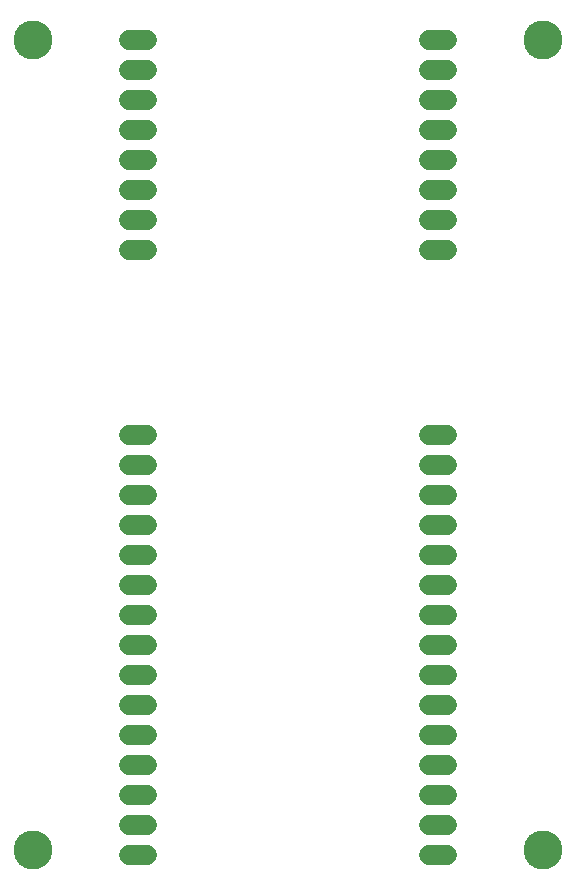
<source format=gbr>
G04 EAGLE Gerber RS-274X export*
G75*
%MOMM*%
%FSLAX34Y34*%
%LPD*%
%INSoldermask Bottom*%
%IPPOS*%
%AMOC8*
5,1,8,0,0,1.08239X$1,22.5*%
G01*
G04 Define Apertures*
%ADD10C,3.303200*%
%ADD11C,1.727200*%
D10*
X38100Y-38100D03*
X469900Y-38100D03*
X469900Y-723900D03*
X38100Y-723900D03*
D11*
X119380Y-728250D02*
X134620Y-728250D01*
X134620Y-702850D02*
X119380Y-702850D01*
X119380Y-677450D02*
X134620Y-677450D01*
X134620Y-652050D02*
X119380Y-652050D01*
X119380Y-626650D02*
X134620Y-626650D01*
X134620Y-601250D02*
X119380Y-601250D01*
X119380Y-575850D02*
X134620Y-575850D01*
X134620Y-550450D02*
X119380Y-550450D01*
X119380Y-525050D02*
X134620Y-525050D01*
X134620Y-499650D02*
X119380Y-499650D01*
X119380Y-474250D02*
X134620Y-474250D01*
X134620Y-448850D02*
X119380Y-448850D01*
X119380Y-423450D02*
X134620Y-423450D01*
X134620Y-398050D02*
X119380Y-398050D01*
X119380Y-372650D02*
X134620Y-372650D01*
X373380Y-728250D02*
X388620Y-728250D01*
X388620Y-702850D02*
X373380Y-702850D01*
X373380Y-677450D02*
X388620Y-677450D01*
X388620Y-652050D02*
X373380Y-652050D01*
X373380Y-626650D02*
X388620Y-626650D01*
X388620Y-601250D02*
X373380Y-601250D01*
X373380Y-575850D02*
X388620Y-575850D01*
X388620Y-550450D02*
X373380Y-550450D01*
X373380Y-525050D02*
X388620Y-525050D01*
X388620Y-499650D02*
X373380Y-499650D01*
X373380Y-474250D02*
X388620Y-474250D01*
X388620Y-448850D02*
X373380Y-448850D01*
X373380Y-423450D02*
X388620Y-423450D01*
X388620Y-398050D02*
X373380Y-398050D01*
X373380Y-372650D02*
X388620Y-372650D01*
X134620Y-215900D02*
X119380Y-215900D01*
X119380Y-190500D02*
X134620Y-190500D01*
X134620Y-165100D02*
X119380Y-165100D01*
X119380Y-139700D02*
X134620Y-139700D01*
X134620Y-114300D02*
X119380Y-114300D01*
X119380Y-88900D02*
X134620Y-88900D01*
X134620Y-63500D02*
X119380Y-63500D01*
X119380Y-38100D02*
X134620Y-38100D01*
X373380Y-215900D02*
X388620Y-215900D01*
X388620Y-190500D02*
X373380Y-190500D01*
X373380Y-165100D02*
X388620Y-165100D01*
X388620Y-139700D02*
X373380Y-139700D01*
X373380Y-114300D02*
X388620Y-114300D01*
X388620Y-88900D02*
X373380Y-88900D01*
X373380Y-63500D02*
X388620Y-63500D01*
X388620Y-38100D02*
X373380Y-38100D01*
M02*

</source>
